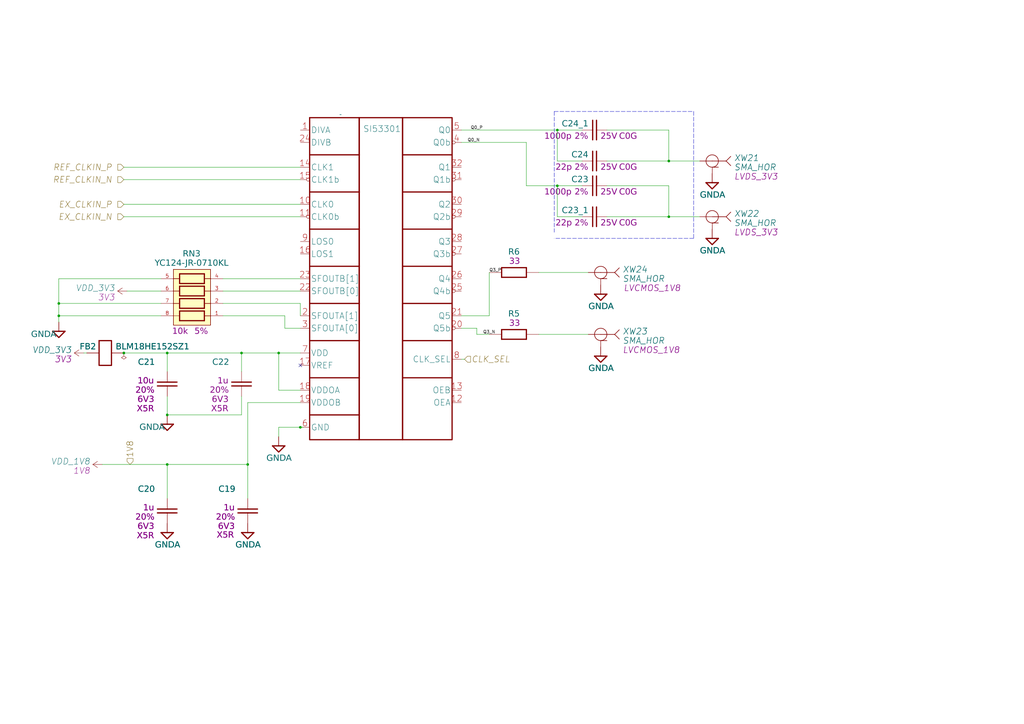
<source format=kicad_sch>
(kicad_sch (version 20250114) (generator "eeschema") (generator_version "9.0")
  (paper "A3")
  (lib_symbols
    (symbol "GOST_symbols:Capacitor_standart" (pin_numbers (hide yes)) (pin_names (offset 0.254) (hide yes))
      (property "Reference" "C" (at 6.35 10.16 0))
      (property "Value" "~" (at 6.35 7.62 0))
      (property "Capacitance" "Value" (at 5.842 3.81 0))
      (property "Tolerance" "20%" (at 5.842 0.508 0))
      (property "MaxVoltage" "VMax" (at 5.588 -2.794 0))
      (property "TempFactor" "X" (at 5.588 -5.842 0))
      (symbol "Capacitor_standart_0_1"
        (polyline (pts (xy 0 0.762) (xy 4.0132 0.762)) (stroke (width 0.508)))
      )
      (symbol "Capacitor_standart_1_1"
        (polyline (pts (xy -4.0132 0.762) (xy 0 0.762)) (stroke (width 0.508)))
        (polyline (pts (xy -4.0132 -0.8128) (xy 0 -0.8128)) (stroke (width 0.508)))
        (polyline (pts (xy 0 -0.8128) (xy 4.0132 -0.8128)) (stroke (width 0.508)))
        (pin passive line (at 0 5.08 270) (length 4.2926) (name "1") (number "1"))
        (pin passive line (at 0 -5.08 90) (length 4.2672) (name "2") (number "2"))
      )
    )
    (symbol "GOST_symbols:Connector_RF_Out_2pin" (pin_numbers (hide yes)) (pin_names (offset 1.016) (hide yes))
      (property "Reference" "XW" (at -0.635 4.445 0))
      (property "Value" "~" (at 2.413 4.699 0))
      (property "Name" "Name" (at -5.08 -3.81 0))
      (symbol "Connector_RF_Out_2pin_1_1"
        (polyline (pts (xy 0 0) (xy 5.715 0)) (stroke (width 0.25)))
        (circle (center 0 0) (radius 2.54) (stroke (width 0.25)))
        (polyline (pts (xy 0 -2.54) (xy 2.54 -2.54)) (stroke (width 0.25)))
        (polyline (pts (xy 5.715 0) (xy 7.62 1.905)) (stroke (width 0.25)))
        (polyline (pts (xy 5.715 0) (xy 7.62 -1.905)) (stroke (width 0.25)))
        (pin passive line (at -5.08 0 0) (length 5.08) (name "1") (number "1"))
        (pin passive line (at 0 -5.08 90) (length 2.54) (name "2") (number "2"))
      )
    )
    (symbol "GOST_symbols:FerriteBead" (pin_numbers (hide yes)) (pin_names (offset 0))
      (property "Reference" "FB" (at -3.81 0.635 90))
      (property "Value" "FerriteBead" (at 3.81 0 90))
      (symbol "FerriteBead_1_1"
        (rectangle (start -5.08 2.54) (end 5.08 -2.54) (stroke (width 0.5)))
        (pin passive line (at 0 7.62 270) (length 5.08) (name "~") (number "1"))
        (pin passive line (at 0 -7.62 90) (length 5.08) (name "~") (number "2"))
      )
    )
    (symbol "GOST_symbols:GNDA" (power) (pin_names (offset 0) (hide yes))
      (property "Value" "GNDA" (at 0 -6.985 0))
      (symbol "GNDA_1_1"
        (polyline (pts (xy 0 1.27) (xy 0 -2.54)) (stroke (width 0.25)))
        (polyline (pts (xy 0 -2.54) (xy -2.54 -2.54)) (stroke (width 0.5)))
        (polyline (pts (xy 0 -2.54) (xy 2.54 -2.54)) (stroke (width 0.5)))
        (polyline (pts (xy 2.54 -2.54) (xy 0 -5.08) (xy -2.54 -2.54)) (stroke (width 0.5)))
        (pin power_in line (at 0 1.27 270) (length 0) (hide yes) (name "GNDA") (number "1"))
      )
    )
    (symbol "GOST_symbols:PowerIn" (power) (pin_names (offset 0) (hide yes))
      (property "Value" "PowerIn" (at 5.334 -6.604 0))
      (property "Voltage" "+V" (at 0 -3.556 0))
      (symbol "PowerIn_0_1"
        (polyline (pts (xy -3.81 0) (xy -1.905 1.27)))
        (polyline (pts (xy -3.81 0) (xy -1.905 -1.27)))
        (polyline (pts (xy -3.81 0) (xy 0 0)))
      )
      (symbol "PowerIn_1_1"
        (pin power_in line (at 0 0 180) (length 0) (hide yes) (name "AVDD") (number "1"))
      )
    )
    (symbol "GOST_symbols:Resistor" (pin_numbers (hide yes)) (pin_names (offset 0) (hide yes))
      (property "Reference" "R" (at -4.445 3.81 0))
      (property "Value" "~" (at -2.54 3.81 0))
      (property "Resistence" "Ohm" (at -2.54 -3.81 0))
      (property "MaxPower" "1/W" (at -2.54 -6.985 0))
      (property "Tolerance" "+/-" (at -2.54 -10.16 0))
      (symbol "Resistor_0_1"
        (polyline (pts (xy -5.08 1.9812) (xy -5.08 -1.9812)) (stroke (width 0.508)))
        (polyline (pts (xy -5.08 1.9812) (xy 5.08 1.9812)) (stroke (width 0.508)))
        (polyline (pts (xy -5.08 -1.9812) (xy 5.08 -1.9812)) (stroke (width 0.508)))
      )
      (symbol "Resistor_1_1"
        (polyline (pts (xy 5.08 1.9812) (xy 5.08 -1.9812)) (stroke (width 0.508)))
        (pin passive line (at -10.16 0 0) (length 5.08) (name "1") (number "1"))
        (pin passive line (at 10.16 0 180) (length 5.08) (name "2") (number "2"))
      )
    )
    (symbol "GOST_symbols:Resistor_Array" (pin_names (offset 1.016) (hide yes))
      (property "Reference" "RN" (at -6.35 10.795 0))
      (property "Value" "~" (at -3.175 11.43 0))
      (property "Resistence" "Value" (at -4.445 -16.51 0))
      (property "Tolerance" "+/-" (at -5.08 -20.32 0))
      (symbol "Resistor_Array_0_1"
        (polyline (pts (xy 5.08 5.08) (xy 7.62 5.08)))
      )
      (symbol "Resistor_Array_1_1"
        (rectangle (start -7.62 8.89) (end 7.62 -13.97) (stroke (width 0.25)) (fill (type background)))
        (polyline (pts (xy -7.62 5.08) (xy -5.08 5.08)) (stroke (width 0.25)))
        (polyline (pts (xy -7.62 0) (xy -5.08 0)) (stroke (width 0.25)))
        (polyline (pts (xy -7.62 -5.08) (xy -5.08 -5.08)) (stroke (width 0.25)))
        (polyline (pts (xy -7.62 -10.16) (xy -5.08 -10.16)) (stroke (width 0.25)))
        (polyline (pts (xy -5.08 7.0612) (xy -5.08 3.0988)) (stroke (width 0.5)))
        (polyline (pts (xy -5.08 7.0612) (xy 5.08 7.0612)) (stroke (width 0.5)))
        (polyline (pts (xy -5.08 3.0988) (xy 5.08 3.0988)) (stroke (width 0.5)))
        (polyline (pts (xy -5.08 1.9812) (xy -5.08 -1.9812)) (stroke (width 0.5)))
        (polyline (pts (xy -5.08 1.9812) (xy 5.08 1.9812)) (stroke (width 0.5)))
        (polyline (pts (xy -5.08 -1.9812) (xy 5.08 -1.9812)) (stroke (width 0.5)))
        (polyline (pts (xy -5.08 -3.0988) (xy -5.08 -7.0612)) (stroke (width 0.5)))
        (polyline (pts (xy -5.08 -3.0988) (xy 5.08 -3.0988)) (stroke (width 0.5)))
        (polyline (pts (xy -5.08 -7.0612) (xy 5.08 -7.0612)) (stroke (width 0.5)))
        (polyline (pts (xy -5.08 -8.1788) (xy -5.08 -12.1412)) (stroke (width 0.5)))
        (polyline (pts (xy -5.08 -8.1788) (xy 5.08 -8.1788)) (stroke (width 0.5)))
        (polyline (pts (xy -5.08 -12.1412) (xy 5.08 -12.1412)) (stroke (width 0.5)))
        (polyline (pts (xy 5.08 7.0612) (xy 5.08 3.0988)) (stroke (width 0.5)))
        (polyline (pts (xy 5.08 1.9812) (xy 5.08 -1.9812)) (stroke (width 0.5)))
        (polyline (pts (xy 5.08 -3.0988) (xy 5.08 -7.0612)) (stroke (width 0.5)))
        (polyline (pts (xy 5.08 -8.1788) (xy 5.08 -12.1412)) (stroke (width 0.5)))
        (polyline (pts (xy 7.62 0) (xy 5.08 0)) (stroke (width 0.25)))
        (polyline (pts (xy 7.62 -5.08) (xy 5.08 -5.08)) (stroke (width 0.25)))
        (polyline (pts (xy 7.62 -10.16) (xy 5.08 -10.16)) (stroke (width 0.25)))
        (pin passive line (at -12.7 5.08 0) (length 5.08) (name "1") (number "1"))
        (pin passive line (at -12.7 0 0) (length 5.08) (name "2") (number "2"))
        (pin passive line (at -12.7 -5.08 0) (length 5.08) (name "3") (number "3"))
        (pin passive line (at -12.7 -10.16 0) (length 5.08) (name "4") (number "4"))
        (pin passive line (at 12.7 5.08 180) (length 5.08) (name "8") (number "8"))
        (pin passive line (at 12.7 0 180) (length 5.08) (name "7") (number "7"))
        (pin passive line (at 12.7 -5.08 180) (length 5.08) (name "6") (number "6"))
        (pin passive line (at 12.7 -10.16 180) (length 5.08) (name "5") (number "5"))
      )
    )
    (symbol "SI5330x:SI53301-B-GM"
      (property "Reference" "SI53301" (at 29.718 -4.572 0))
      (property "Value" "~" (at 12.7 1.27 0))
      (symbol "SI53301-B-GM_0_1"
        (rectangle (start 0 0) (end 20.32 -132.08) (stroke (width 0.5)))
        (polyline (pts (xy 0 -106.68) (xy 20.32 -106.68)) (stroke (width 0.5)))
        (polyline (pts (xy 0 -121.92) (xy 20.32 -121.92)) (stroke (width 0.5)))
        (rectangle (start 20.32 0) (end 38.1 -132.08) (stroke (width 0.5)))
        (rectangle (start 38.1 0) (end 58.42 -132.08) (stroke (width 0.5)))
        (polyline (pts (xy 38.1 -15.24) (xy 58.42 -15.24)) (stroke (width 0.5)))
        (polyline (pts (xy 38.1 -30.48) (xy 58.42 -30.48)) (stroke (width 0.5)))
        (polyline (pts (xy 38.1 -45.72) (xy 58.42 -45.72)) (stroke (width 0.5)))
        (polyline (pts (xy 38.1 -60.96) (xy 58.42 -60.96)) (stroke (width 0.5)))
        (polyline (pts (xy 38.1 -76.2) (xy 58.42 -76.2)) (stroke (width 0.5)))
        (polyline (pts (xy 38.1 -91.44) (xy 58.42 -91.44)) (stroke (width 0.5)))
      )
      (symbol "SI53301-B-GM_1_1"
        (polyline (pts (xy 0 -45.72) (xy 20.32 -45.72)) (stroke (width 0.5)))
        (polyline (pts (xy 0 -91.44) (xy 20.32 -91.44)) (stroke (width 0.5)))
        (polyline (pts (xy 20.32 -15.24) (xy 0 -15.24)) (stroke (width 0.5)))
        (polyline (pts (xy 20.32 -30.48) (xy 0 -30.48)) (stroke (width 0.5)))
        (polyline (pts (xy 20.32 -60.96) (xy 0 -60.96)) (stroke (width 0.5)))
        (polyline (pts (xy 20.32 -76.2) (xy 0 -76.2)) (stroke (width 0.5)))
        (polyline (pts (xy 38.1 -106.68) (xy 58.42 -106.68)) (stroke (width 0.5)))
        (pin tri_state line (at -3.81 -5.08 0) (length 3.81) (name "DIVA") (number "1"))
        (pin tri_state line (at -3.81 -10.16 0) (length 3.81) (name "DIVB") (number "24"))
        (pin input line (at -3.81 -20.32 0) (length 3.81) (name "CLK1") (number "14"))
        (pin input inverted (at -3.81 -25.4 0) (length 3.81) (name "CLK1b") (number "15"))
        (pin input line (at -3.81 -35.56 0) (length 3.81) (name "CLK0") (number "10"))
        (pin input inverted (at -3.81 -40.64 0) (length 3.81) (name "CLK0b") (number "11"))
        (pin output line (at -3.81 -50.8 0) (length 3.81) (name "LOS0") (number "9"))
        (pin output line (at -3.81 -55.88 0) (length 3.81) (name "LOS1") (number "16"))
        (pin tri_state line (at -3.81 -66.04 0) (length 3.81) (name "SFOUTB[1]") (number "23"))
        (pin tri_state line (at -3.81 -71.12 0) (length 3.81) (name "SFOUTB[0]") (number "22"))
        (pin tri_state line (at -3.81 -81.28 0) (length 3.81) (name "SFOUTA[1]") (number "2"))
        (pin tri_state line (at -3.81 -86.36 0) (length 3.81) (name "SFOUTA[0]") (number "3"))
        (pin power_in line (at -3.81 -96.52 0) (length 3.81) (name "VDD") (number "7"))
        (pin output line (at -3.81 -101.6 0) (length 3.81) (name "VREF") (number "17"))
        (pin power_out line (at -3.81 -111.76 0) (length 3.81) (name "VDDOA") (number "18"))
        (pin power_out line (at -3.81 -116.84 0) (length 3.81) (name "VDDOB") (number "19"))
        (pin bidirectional line (at -3.81 -127 0) (length 3.81) (name "GND") (number "6"))
        (pin output line (at 62.23 -5.08 180) (length 3.81) (name "Q0") (number "5"))
        (pin output inverted (at 62.23 -10.16 180) (length 3.81) (name "Q0b") (number "4"))
        (pin output line (at 62.23 -20.32 180) (length 3.81) (name "Q1") (number "32"))
        (pin output inverted (at 62.23 -25.4 180) (length 3.81) (name "Q1b") (number "31"))
        (pin output line (at 62.23 -35.56 180) (length 3.81) (name "Q2") (number "30"))
        (pin output inverted (at 62.23 -40.64 180) (length 3.81) (name "Q2b") (number "29"))
        (pin output line (at 62.23 -50.8 180) (length 3.81) (name "Q3") (number "28"))
        (pin output inverted (at 62.23 -55.88 180) (length 3.81) (name "Q3b") (number "27"))
        (pin output line (at 62.23 -66.04 180) (length 3.81) (name "Q4") (number "26"))
        (pin output inverted (at 62.23 -71.12 180) (length 3.81) (name "Q4b") (number "25"))
        (pin output line (at 62.23 -81.28 180) (length 3.81) (name "Q5") (number "21"))
        (pin output inverted (at 62.23 -86.36 180) (length 3.81) (name "Q5b") (number "20"))
        (pin input line (at 62.23 -99.06 180) (length 3.81) (name "CLK_SEL") (number "8"))
        (pin input line (at 62.23 -111.76 180) (length 3.81) (name "OEB") (number "13"))
        (pin input line (at 62.23 -116.84 180) (length 3.81) (name "OEA") (number "12"))
      )
    )
    (symbol "power:PWR_FLAG" (power) (pin_numbers (hide yes)) (pin_names (offset 0) (hide yes))
      (property "Value" "PWR_FLAG" (at 0 3.81 0))
      (symbol "PWR_FLAG_0_0"
        (pin power_out line (at 0 0 90) (length 0) (name "~") (number "1"))
      )
      (symbol "PWR_FLAG_0_1"
        (polyline (pts (xy 0 0) (xy 0 1.27) (xy -1.016 1.905) (xy 0 2.54) (xy 1.016 1.905) (xy 0 1.27)))
      )
    )
  )
  (junction (at 101.6 190.5))
  (junction (at 123.19 175.26))
  (junction (at 114.3 144.78))
  (junction (at 274.32 66.04))
  (junction (at 68.58 190.5))
  (junction (at 274.32 88.9))
  (junction (at 68.58 144.78))
  (junction (at 99.06 144.78))
  (junction (at 68.58 170.18))
  (junction (at 228.6 76.2))
  (junction (at 228.6 53.34))
  (junction (at 50.8 144.78))
  (junction (at 24.13 129.54))
  (junction (at 24.13 124.46))
  (no_connect (at 123.19 149.86))
  (wire (pts (xy 220.98 137.16) (xy 241.3 137.16)))
  (wire (pts (xy 50.8 68.58) (xy 123.19 68.58)))
  (wire (pts (xy 99.06 144.78) (xy 99.06 152.4)))
  (wire (pts (xy 68.58 170.18) (xy 99.06 170.18)))
  (wire (pts (xy 24.13 114.3) (xy 24.13 124.46)))
  (wire (pts (xy 189.23 134.62) (xy 195.58 134.62)))
  (wire (pts (xy 41.91 190.5) (xy 68.58 190.5)))
  (polyline (pts (xy 227.33 45.72) (xy 284.48 45.72)) (stroke (width 0) (type dash)))
  (wire (pts (xy 50.8 73.66) (xy 123.19 73.66)))
  (wire (pts (xy 114.3 175.26) (xy 123.19 175.26)))
  (wire (pts (xy 91.44 124.46) (xy 123.19 124.46)))
  (wire (pts (xy 24.13 114.3) (xy 66.04 114.3)))
  (wire (pts (xy 24.13 129.54) (xy 24.13 132.08)))
  (wire (pts (xy 123.19 134.62) (xy 116.84 134.62)))
  (wire (pts (xy 99.06 162.56) (xy 99.06 170.18)))
  (wire (pts (xy 101.6 165.1) (xy 101.6 190.5)))
  (wire (pts (xy 228.6 53.34) (xy 228.6 66.04)))
  (wire (pts (xy 274.32 66.04) (xy 287.02 66.04)))
  (wire (pts (xy 91.44 114.3) (xy 123.19 114.3)))
  (wire (pts (xy 248.92 76.2) (xy 274.32 76.2)))
  (wire (pts (xy 215.9 76.2) (xy 228.6 76.2)))
  (wire (pts (xy 228.6 66.04) (xy 238.76 66.04)))
  (wire (pts (xy 34.29 144.78) (xy 35.56 144.78)))
  (wire (pts (xy 189.23 53.34) (xy 228.6 53.34)))
  (wire (pts (xy 274.32 76.2) (xy 274.32 88.9)))
  (polyline (pts (xy 284.48 97.79) (xy 227.33 97.79)) (stroke (width 0) (type dash)))
  (wire (pts (xy 50.8 88.9) (xy 123.19 88.9)))
  (wire (pts (xy 195.58 134.62) (xy 195.58 137.16)))
  (wire (pts (xy 220.98 111.76) (xy 241.3 111.76)))
  (wire (pts (xy 248.92 88.9) (xy 274.32 88.9)))
  (wire (pts (xy 215.9 58.42) (xy 215.9 76.2)))
  (wire (pts (xy 50.8 83.82) (xy 123.19 83.82)))
  (wire (pts (xy 228.6 76.2) (xy 228.6 88.9)))
  (wire (pts (xy 123.19 124.46) (xy 123.19 129.54)))
  (wire (pts (xy 189.23 58.42) (xy 215.9 58.42)))
  (wire (pts (xy 68.58 170.18) (xy 68.58 162.56)))
  (wire (pts (xy 116.84 134.62) (xy 116.84 129.54)))
  (wire (pts (xy 114.3 175.26) (xy 114.3 179.07)))
  (wire (pts (xy 123.19 160.02) (xy 114.3 160.02)))
  (wire (pts (xy 228.6 88.9) (xy 238.76 88.9)))
  (wire (pts (xy 68.58 190.5) (xy 68.58 204.47)))
  (polyline (pts (xy 227.33 45.72) (xy 227.33 95.25)) (stroke (width 0) (type dash)))
  (polyline (pts (xy 284.48 45.72) (xy 284.48 97.79)) (stroke (width 0) (type dash)))
  (wire (pts (xy 91.44 119.38) (xy 123.19 119.38)))
  (wire (pts (xy 123.19 175.26) (xy 124.46 175.26)))
  (wire (pts (xy 116.84 129.54) (xy 91.44 129.54)))
  (wire (pts (xy 52.07 119.38) (xy 66.04 119.38)))
  (wire (pts (xy 238.76 53.34) (xy 228.6 53.34)))
  (wire (pts (xy 238.76 76.2) (xy 228.6 76.2)))
  (wire (pts (xy 68.58 190.5) (xy 101.6 190.5)))
  (wire (pts (xy 68.58 152.4) (xy 68.58 144.78)))
  (wire (pts (xy 195.58 137.16) (xy 200.66 137.16)))
  (wire (pts (xy 68.58 144.78) (xy 99.06 144.78)))
  (wire (pts (xy 114.3 160.02) (xy 114.3 144.78)))
  (wire (pts (xy 274.32 53.34) (xy 274.32 66.04)))
  (wire (pts (xy 24.13 124.46) (xy 66.04 124.46)))
  (wire (pts (xy 189.23 129.54) (xy 200.66 129.54)))
  (wire (pts (xy 99.06 144.78) (xy 114.3 144.78)))
  (wire (pts (xy 101.6 190.5) (xy 101.6 204.47)))
  (wire (pts (xy 114.3 144.78) (xy 123.19 144.78)))
  (wire (pts (xy 248.92 66.04) (xy 274.32 66.04)))
  (wire (pts (xy 200.66 129.54) (xy 200.66 111.76)))
  (wire (pts (xy 24.13 124.46) (xy 24.13 129.54)))
  (wire (pts (xy 50.8 144.78) (xy 68.58 144.78)))
  (wire (pts (xy 189.23 147.32) (xy 190.5 147.32)))
  (wire (pts (xy 24.13 129.54) (xy 66.04 129.54)))
  (wire (pts (xy 274.32 88.9) (xy 287.02 88.9)))
  (wire (pts (xy 248.92 53.34) (xy 274.32 53.34)))
  (wire (pts (xy 123.19 165.1) (xy 101.6 165.1)))
  (label "Q3_N" (at 198.12 137.16 0))
  (label "Q3_P" (at 200.66 111.76 0))
  (label "Q0_N" (at 191.77 58.42 0))
  (label "Q0_P" (at 193.04 53.34 0))
  (hierarchical_label "CLK_SEL" (shape input) (at 190.5 147.32 0) (effects (font (size 2.5 2.5) (italic yes))))
  (hierarchical_label "REF_CLKIN_P " (shape input) (at 50.8 68.58 180) (effects (font (size 2.5 2.5) (italic yes))))
  (hierarchical_label "EX_CLKIN_N " (shape input) (at 50.8 88.9 180) (effects (font (size 2.5 2.5) (italic yes))))
  (hierarchical_label "REF_CLKIN_N " (shape input) (at 50.8 73.66 180) (effects (font (size 2.5 2.5) (italic yes))))
  (hierarchical_label "EX_CLKIN_P " (shape input) (at 50.8 83.82 180) (effects (font (size 2.5 2.5) (italic yes))))
  (hierarchical_label "1V8" (shape input) (at 53.34 190.5 90) (effects (font (size 2.48 2.48))))
  (symbol (lib_id "GOST_symbols:PowerIn") (at 52.07 119.38 0) (mirror x) (unit 1)
    (property "Reference" "#PWR052" (effects (hide yes)))
    (property "Value" "VDD_3V3" (at 46.99 118.11 0) (effects (font (size 2.5 2.5) (italic yes)) (justify right)))
    (property "Voltage" "3V3" (at 46.99 121.92 0) (effects (font (size 2.4892 2.4892) (italic yes)) (justify right)))
  )
  (symbol (lib_id "SI5330x:SI53301-B-GM") (at 127 48.26 0) (unit 1)
    (property "Reference" "SI53301" (at 156.718 52.832 0) (effects (font (size 2.48 2.48))))
    (property "Value" "~" (at 139.7 46.99 0))
    (property "Footprint" "Package_DFN_QFN:QFN-32-1EP_5x5mm_P0.5mm_EP3.1x3.1mm" (effects (hide yes)))
  )
  (symbol (lib_id "GOST_symbols:Resistor_Array") (at 78.74 124.46 180) (unit 1)
    (property "Reference" "RN3" (at 78.74 104.14 0) (effects (font (size 2.5 2.5) (italic yes))))
    (property "Value" "YC124-JR-0710KL" (at 78.74 107.95 0) (effects (font (size 2.5 2.5) (italic yes))))
    (property "Footprint" "Resistor_SMD:R_Array_Convex_4x0402" (effects (hide yes)))
    (property "Resistence" "10k" (at 77.47 135.89 0) (effects (font (size 2.4892 2.4892) (italic yes)) (justify left)))
    (property "Tolerance" "5%" (at 80.01 135.89 0) (effects (font (size 2.4892 2.4892) (italic yes)) (justify right)))
    (property "Type" "Резисторная сборка  {Резисторные сборки}" (effects (hide yes)))
  )
  (symbol (lib_id "GOST_symbols:GNDA") (at 68.58 171.45 0) (unit 1)
    (property "Reference" "#PWR020" (effects (hide yes)))
    (property "Value" "GNDA" (at 62.23 175.26 0) (effects (font (size 2.5 2.5) (italic yes))))
  )
  (symbol (lib_id "GOST_symbols:Resistor") (at 210.82 137.16 180) (unit 1)
    (property "Reference" "R5" (at 208.788 128.778 0) (effects (font (size 2.5 2.5) (italic yes)) (justify right)))
    (property "Value" "TNPR020150R0FEED" (effects (hide yes)))
    (property "Footprint" "Resistor_SMD:R_0201_0603Metric" (effects (hide yes)))
    (property "Type" "Резистор {Резисторы}" (effects (hide yes)))
    (property "Resistence" "33" (at 208.788 132.588 0) (effects (font (size 2.4892 2.4892) (italic yes)) (justify right)))
    (property "MaxPower" "1/13W (75m)" (effects (hide yes)))
    (property "Tolerance" "1%" (effects (hide yes)))
  )
  (symbol (lib_id "GOST_symbols:PowerIn") (at 41.91 190.5 0) (mirror x) (unit 1)
    (property "Reference" "#PWR053" (effects (hide yes)))
    (property "Value" "VDD_1V8" (at 36.83 189.23 0) (effects (font (size 2.5 2.5) (italic yes)) (justify right)))
    (property "Voltage" "1V8" (at 36.83 193.04 0) (effects (font (size 2.4892 2.4892) (italic yes)) (justify right)))
  )
  (symbol (lib_id "GOST_symbols:Connector_RF_Out_2pin") (at 246.38 137.16 0) (unit 1)
    (property "Reference" "XW23" (at 255.27 135.89 0) (effects (font (size 2.5 2.5) (italic yes)) (justify left)))
    (property "Value" "SMA_HOR" (at 255.27 139.7 0) (effects (font (size 2.5 2.5) (italic yes)) (justify left)))
    (property "Footprint" "Connector_Coaxial:SMA_Amphenol_901-143_Horizontal" (effects (hide yes)))
    (property "Type" "Разъём {Разъёмы}" (effects (hide yes)))
    (property "Name" "LVCMOS_1V8" (at 255.27 143.51 0) (effects (font (size 2.4892 2.4892) (italic yes)) (justify left)))
  )
  (symbol (lib_id "GOST_symbols:Capacitor_standart") (at 243.84 66.04 90) (unit 1)
    (property "Reference" "C24" (at 241.3 63.5 90) (effects (font (size 2.5 2.5) (italic yes)) (justify left)))
    (property "Value" "GJM0335C1E220GB" (effects (hide yes)))
    (property "Footprint" "Capacitor_SMD:C_0201_0603Metric" (effects (hide yes)))
    (property "Type" "Конденсатор  {Конденсаторы}" (effects (hide yes)))
    (property "Capacitance" "22p" (at 234.95 68.58 90) (effects (font (size 2.5 2.5) (italic yes)) (justify left)))
    (property "Tolerance" "2%" (at 241.3 68.58 90) (effects (font (size 2.5 2.5) (italic yes)) (justify left)))
    (property "MaxVoltage" "25V" (at 246.38 68.58 90) (effects (font (size 2.5 2.5) (italic yes)) (justify right)))
    (property "TempFactor" "C0G" (at 254 68.58 90) (effects (font (size 2.5 2.5) (italic yes)) (justify right)))
  )
  (symbol (lib_id "GOST_symbols:GNDA") (at 68.58 215.9 0) (unit 1)
    (property "Reference" "#PWR055" (effects (hide yes)))
    (property "Value" "GNDA" (at 68.58 223.52 0) (effects (font (size 2.5 2.5) (italic yes))))
  )
  (symbol (lib_id "power:PWR_FLAG") (at 50.8 144.78 180) (unit 1)
    (property "Reference" "#FLG07" (effects (hide yes)))
    (property "Value" "PWR_FLAG" (effects (hide yes)))
    (property "Description" "Special symbol for telling ERC where power comes from" (effects (hide yes)))
  )
  (symbol (lib_id "GOST_symbols:GNDA") (at 101.6 215.9 0) (unit 1)
    (property "Reference" "#PWR056" (effects (hide yes)))
    (property "Value" "GNDA" (at 101.6 223.52 0) (effects (font (size 2.5 2.5) (italic yes))))
  )
  (symbol (lib_id "GOST_symbols:GNDA") (at 24.13 133.35 0) (unit 1)
    (property "Reference" "#PWR054" (effects (hide yes)))
    (property "Value" "GNDA" (at 17.78 137.16 0) (effects (font (size 2.5 2.5) (italic yes))))
  )
  (symbol (lib_id "GOST_symbols:GNDA") (at 292.1 72.39 0) (unit 1)
    (property "Reference" "#PWR061" (effects (hide yes)))
    (property "Value" "GNDA" (at 292.1 80.01 0) (effects (font (size 2.5 2.5) (italic yes))))
  )
  (symbol (lib_id "GOST_symbols:Capacitor_standart") (at 101.6 209.55 0) (mirror y) (unit 1)
    (property "Reference" "C19" (at 96.52 200.66 0) (effects (font (size 2.5 2.5) (italic yes)) (justify left)))
    (property "Value" "GRM033R60J105MEA" (effects (hide yes)))
    (property "Footprint" "Capacitor_SMD:C_0201_0603Metric" (effects (hide yes)))
    (property "Capacitance" "1u" (at 96.52 208.28 0) (effects (font (size 2.5 2.5) (italic yes)) (justify left)))
    (property "Tolerance" "20%" (at 96.52 212.09 0) (effects (font (size 2.5 2.5) (italic yes)) (justify left)))
    (property "MaxVoltage" "6V3" (at 96.52 215.9 0) (effects (font (size 2.5 2.5) (italic yes)) (justify left)))
    (property "TempFactor" "X5R" (at 96.266 219.456 0) (effects (font (size 2.5 2.5) (italic yes)) (justify left)))
    (property "Type" "Конденсатор  {Конденсаторы}" (effects (hide yes)))
  )
  (symbol (lib_id "GOST_symbols:Capacitor_standart") (at 99.06 157.48 0) (mirror y) (unit 1)
    (property "Reference" "C22" (at 93.98 148.59 0) (effects (font (size 2.5 2.5) (italic yes)) (justify left)))
    (property "Value" "GRM033R60J105MEA" (effects (hide yes)))
    (property "Footprint" "Capacitor_SMD:C_0201_0603Metric" (effects (hide yes)))
    (property "Capacitance" "1u" (at 93.98 156.21 0) (effects (font (size 2.5 2.5) (italic yes)) (justify left)))
    (property "Tolerance" "20%" (at 93.98 160.02 0) (effects (font (size 2.5 2.5) (italic yes)) (justify left)))
    (property "MaxVoltage" "6V3" (at 93.98 163.83 0) (effects (font (size 2.5 2.5) (italic yes)) (justify left)))
    (property "TempFactor" "X5R" (at 93.98 167.64 0) (effects (font (size 2.5 2.5) (italic yes)) (justify left)))
    (property "Type" "Конденсатор  {Конденсаторы}" (effects (hide yes)))
  )
  (symbol (lib_id "GOST_symbols:Connector_RF_Out_2pin") (at 292.1 88.9 0) (unit 1)
    (property "Reference" "XW22" (at 300.99 87.63 0) (effects (font (size 2.5 2.5) (italic yes)) (justify left)))
    (property "Value" "SMA_HOR" (at 300.99 91.44 0) (effects (font (size 2.5 2.5) (italic yes)) (justify left)))
    (property "Footprint" "Connector_Coaxial:SMA_Amphenol_901-143_Horizontal" (effects (hide yes)))
    (property "Type" "Разъём {Разъёмы}" (effects (hide yes)))
    (property "Name" "LVDS_3V3" (at 300.99 95.25 0) (effects (font (size 2.4892 2.4892) (italic yes)) (justify left)))
  )
  (symbol (lib_id "GOST_symbols:Capacitor_standart") (at 243.84 88.9 90) (unit 1)
    (property "Reference" "C23_1" (at 241.3 86.36 90) (effects (font (size 2.5 2.5) (italic yes)) (justify left)))
    (property "Value" "GJM0335C1E220GB" (effects (hide yes)))
    (property "Footprint" "Capacitor_SMD:C_0201_0603Metric" (effects (hide yes)))
    (property "Type" "Конденсатор  {Конденсаторы}" (effects (hide yes)))
    (property "Capacitance" "22p" (at 234.95 91.44 90) (effects (font (size 2.5 2.5) (italic yes)) (justify left)))
    (property "Tolerance" "2%" (at 241.3 91.44 90) (effects (font (size 2.5 2.5) (italic yes)) (justify left)))
    (property "MaxVoltage" "25V" (at 246.38 91.44 90) (effects (font (size 2.5 2.5) (italic yes)) (justify right)))
    (property "TempFactor" "C0G" (at 254 91.44 90) (effects (font (size 2.5 2.5) (italic yes)) (justify right)))
  )
  (symbol (lib_id "GOST_symbols:Capacitor_standart") (at 68.58 157.48 0) (mirror y) (unit 1)
    (property "Reference" "C21" (at 63.5 148.59 0) (effects (font (size 2.5 2.5) (italic yes)) (justify left)))
    (property "Value" "CL05A106MQ5NUNC" (effects (hide yes)))
    (property "Footprint" "Capacitor_SMD:C_0402_1005Metric" (effects (hide yes)))
    (property "Capacitance" "10u" (at 63.5 156.21 0) (effects (font (size 2.5 2.5) (italic yes)) (justify left)))
    (property "Tolerance" "20%" (at 63.5 160.02 0) (effects (font (size 2.5 2.5) (italic yes)) (justify left)))
    (property "MaxVoltage" "6V3" (at 63.5 163.83 0) (effects (font (size 2.5 2.5) (italic yes)) (justify left)))
    (property "TempFactor" "X5R" (at 63.5 167.64 0) (effects (font (size 2.5 2.5) (italic yes)) (justify left)))
    (property "Type" "Конденсатор  {Конденсаторы}" (effects (hide yes)))
  )
  (symbol (lib_id "GOST_symbols:FerriteBead") (at 43.18 144.78 90) (unit 1)
    (property "Reference" "FB2" (at 39.37 142.24 90) (effects (font (size 2.5 2.5) (italic yes)) (justify left)))
    (property "Value" "BLM18HE152SZ1" (at 46.99 142.24 90) (effects (font (size 2.5 2.5) (italic yes)) (justify right)))
    (property "Footprint" "Inductor_SMD:L_0603_1608Metric" (effects (hide yes)))
    (property "Type" "Ферритовая бусина  {Ферритовые бусины}" (effects (hide yes)))
  )
  (symbol (lib_id "GOST_symbols:Capacitor_standart") (at 243.84 53.34 90) (unit 1) (on_board no)
    (property "Reference" "C24_1" (at 241.3 50.8 90) (effects (font (size 2.5 2.5) (italic yes)) (justify left)))
    (property "Value" "GRM0335C1E102GA" (effects (hide yes)))
    (property "Footprint" "Capacitor_SMD:C_0201_0603Metric" (effects (hide yes)))
    (property "Type" "Конденсатор  {Конденсаторы}" (effects (hide yes)))
    (property "Capacitance" "1000p" (at 234.95 55.88 90) (effects (font (size 2.5 2.5) (italic yes)) (justify left)))
    (property "Tolerance" "2%" (at 241.3 55.88 90) (effects (font (size 2.5 2.5) (italic yes)) (justify left)))
    (property "MaxVoltage" "25V" (at 246.38 55.88 90) (effects (font (size 2.5 2.5) (italic yes)) (justify right)))
    (property "TempFactor" "C0G" (at 254 55.88 90) (effects (font (size 2.5 2.5) (italic yes)) (justify right)))
  )
  (symbol (lib_id "GOST_symbols:PowerIn") (at 34.29 144.78 0) (mirror x) (unit 1)
    (property "Reference" "#PWR015" (effects (hide yes)))
    (property "Value" "VDD_3V3" (at 29.21 143.51 0) (effects (font (size 2.5 2.5) (italic yes)) (justify right)))
    (property "Voltage" "3V3" (at 29.21 147.32 0) (effects (font (size 2.4892 2.4892) (italic yes)) (justify right)))
  )
  (symbol (lib_id "GOST_symbols:Capacitor_standart") (at 68.58 209.55 0) (mirror y) (unit 1)
    (property "Reference" "C20" (at 63.5 200.66 0) (effects (font (size 2.5 2.5) (italic yes)) (justify left)))
    (property "Value" "GRM033R60J105MEA" (effects (hide yes)))
    (property "Footprint" "Capacitor_SMD:C_0201_0603Metric" (effects (hide yes)))
    (property "Capacitance" "1u" (at 63.5 208.28 0) (effects (font (size 2.5 2.5) (italic yes)) (justify left)))
    (property "Tolerance" "20%" (at 63.5 212.09 0) (effects (font (size 2.5 2.5) (italic yes)) (justify left)))
    (property "MaxVoltage" "6V3" (at 63.5 215.9 0) (effects (font (size 2.5 2.5) (italic yes)) (justify left)))
    (property "TempFactor" "X5R" (at 63.5 219.71 0) (effects (font (size 2.5 2.5) (italic yes)) (justify left)))
    (property "Type" "Конденсатор  {Конденсаторы}" (effects (hide yes)))
  )
  (symbol (lib_id "GOST_symbols:Connector_RF_Out_2pin") (at 292.1 66.04 0) (unit 1)
    (property "Reference" "XW21" (at 300.99 64.77 0) (effects (font (size 2.5 2.5) (italic yes)) (justify left)))
    (property "Value" "SMA_HOR" (at 300.99 68.58 0) (effects (font (size 2.5 2.5) (italic yes)) (justify left)))
    (property "Footprint" "Connector_Coaxial:SMA_Amphenol_901-143_Horizontal" (effects (hide yes)))
    (property "Type" "Разъём {Разъёмы}" (effects (hide yes)))
    (property "Name" "LVDS_3V3" (at 300.99 72.39 0) (effects (font (size 2.4892 2.4892) (italic yes)) (justify left)))
  )
  (symbol (lib_id "GOST_symbols:Capacitor_standart") (at 243.84 76.2 90) (unit 1) (on_board no)
    (property "Reference" "C23" (at 241.3 73.66 90) (effects (font (size 2.5 2.5) (italic yes)) (justify left)))
    (property "Value" "GRM0335C1E102GA" (effects (hide yes)))
    (property "Footprint" "Capacitor_SMD:C_0201_0603Metric" (effects (hide yes)))
    (property "Type" "Конденсатор  {Конденсаторы}" (effects (hide yes)))
    (property "Capacitance" "1000p" (at 234.95 78.74 90) (effects (font (size 2.5 2.5) (italic yes)) (justify left)))
    (property "Tolerance" "2%" (at 241.3 78.74 90) (effects (font (size 2.5 2.5) (italic yes)) (justify left)))
    (property "MaxVoltage" "25V" (at 246.38 78.74 90) (effects (font (size 2.5 2.5) (italic yes)) (justify right)))
    (property "TempFactor" "C0G" (at 254 78.74 90) (effects (font (size 2.5 2.5) (italic yes)) (justify right)))
  )
  (symbol (lib_id "GOST_symbols:GNDA") (at 246.38 118.11 0) (unit 1)
    (property "Reference" "#PWR059" (effects (hide yes)))
    (property "Value" "GNDA" (at 246.38 125.73 0) (effects (font (size 2.5 2.5) (italic yes))))
  )
  (symbol (lib_id "GOST_symbols:GNDA") (at 114.3 180.34 0) (unit 1)
    (property "Reference" "#PWR057" (effects (hide yes)))
    (property "Value" "GNDA" (at 114.3 187.96 0) (effects (font (size 2.5 2.5) (italic yes))))
  )
  (symbol (lib_id "GOST_symbols:Connector_RF_Out_2pin") (at 246.38 111.76 0) (unit 1)
    (property "Reference" "XW24" (at 255.27 110.49 0) (effects (font (size 2.5 2.5) (italic yes)) (justify left)))
    (property "Value" "SMA_HOR" (at 255.27 114.3 0) (effects (font (size 2.5 2.5) (italic yes)) (justify left)))
    (property "Footprint" "Connector_Coaxial:SMA_Amphenol_901-143_Horizontal" (effects (hide yes)))
    (property "Type" "Разъём {Разъёмы}" (effects (hide yes)))
    (property "Name" " LVCMOS_1V8" (at 253.746 118.11 0) (effects (font (size 2.4892 2.4892) (italic yes)) (justify left)))
  )
  (symbol (lib_id "GOST_symbols:GNDA") (at 246.38 143.51 0) (unit 1)
    (property "Reference" "#PWR058" (effects (hide yes)))
    (property "Value" "GNDA" (at 246.38 151.13 0) (effects (font (size 2.5 2.5) (italic yes))))
  )
  (symbol (lib_id "GOST_symbols:GNDA") (at 292.1 95.25 0) (unit 1)
    (property "Reference" "#PWR060" (effects (hide yes)))
    (property "Value" "GNDA" (at 292.1 102.87 0) (effects (font (size 2.5 2.5) (italic yes))))
  )
  (symbol (lib_id "GOST_symbols:Resistor") (at 210.82 111.76 180) (unit 1)
    (property "Reference" "R6" (at 208.788 103.378 0) (effects (font (size 2.5 2.5) (italic yes)) (justify right)))
    (property "Value" "TNPR020150R0FEED" (effects (hide yes)))
    (property "Footprint" "Resistor_SMD:R_0201_0603Metric" (effects (hide yes)))
    (property "Type" "Резистор {Резисторы}" (effects (hide yes)))
    (property "Resistence" "33" (at 208.788 107.188 0) (effects (font (size 2.4892 2.4892) (italic yes)) (justify right)))
    (property "MaxPower" "1/13W (75m)" (effects (hide yes)))
    (property "Tolerance" "1%" (effects (hide yes)))
  )
)
</source>
